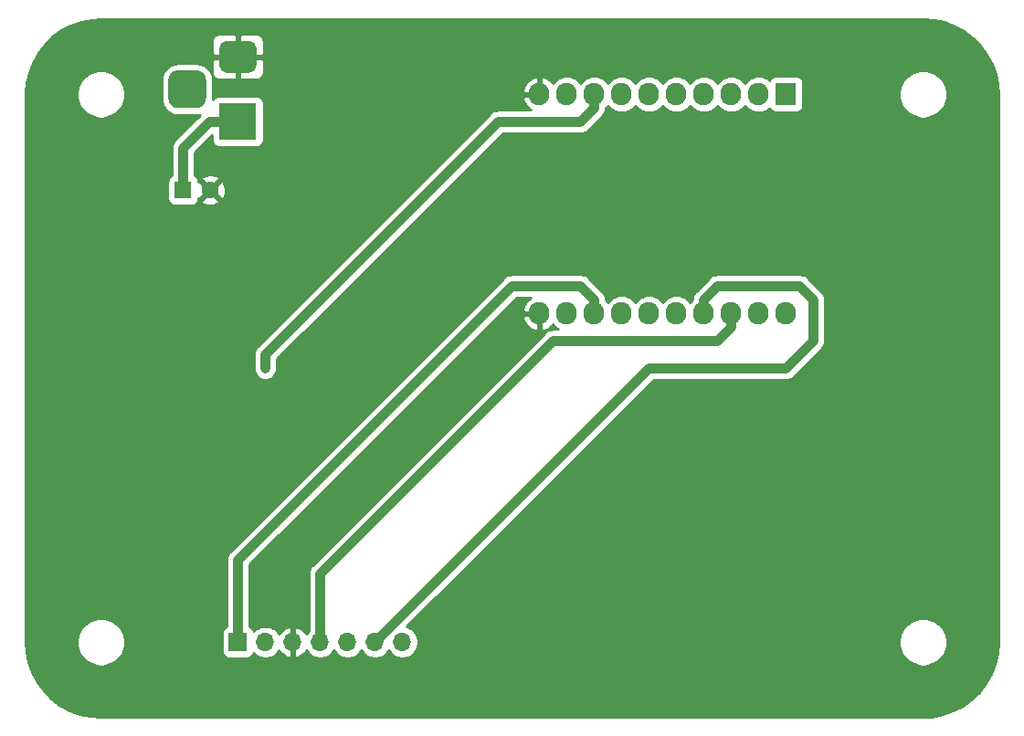
<source format=gbr>
%TF.GenerationSoftware,KiCad,Pcbnew,5.1.8+dfsg1-1+b1*%
%TF.CreationDate,2021-04-12T18:27:31-05:00*%
%TF.ProjectId,weather,77656174-6865-4722-9e6b-696361645f70,B*%
%TF.SameCoordinates,Original*%
%TF.FileFunction,Copper,L2,Bot*%
%TF.FilePolarity,Positive*%
%FSLAX46Y46*%
G04 Gerber Fmt 4.6, Leading zero omitted, Abs format (unit mm)*
G04 Created by KiCad (PCBNEW 5.1.8+dfsg1-1+b1) date 2021-04-12 18:27:31*
%MOMM*%
%LPD*%
G01*
G04 APERTURE LIST*
%TA.AperFunction,ComponentPad*%
%ADD10C,1.600000*%
%TD*%
%TA.AperFunction,ComponentPad*%
%ADD11R,1.600000X1.600000*%
%TD*%
%TA.AperFunction,ComponentPad*%
%ADD12O,1.700000X1.700000*%
%TD*%
%TA.AperFunction,ComponentPad*%
%ADD13R,1.700000X1.700000*%
%TD*%
%TA.AperFunction,ComponentPad*%
%ADD14R,3.500000X3.500000*%
%TD*%
%TA.AperFunction,ComponentPad*%
%ADD15O,1.900000X2.100000*%
%TD*%
%TA.AperFunction,ComponentPad*%
%ADD16R,1.900000X2.100000*%
%TD*%
%TA.AperFunction,ViaPad*%
%ADD17C,0.800000*%
%TD*%
%TA.AperFunction,Conductor*%
%ADD18C,0.889000*%
%TD*%
%TA.AperFunction,Conductor*%
%ADD19C,0.254000*%
%TD*%
%TA.AperFunction,Conductor*%
%ADD20C,0.100000*%
%TD*%
G04 APERTURE END LIST*
D10*
%TO.P,C1,2*%
%TO.N,GND*%
X60920000Y-59690000D03*
D11*
%TO.P,C1,1*%
%TO.N,Net-(C1-Pad1)*%
X58420000Y-59690000D03*
%TD*%
D12*
%TO.P,U1,7*%
%TO.N,N/C*%
X78740000Y-101600000D03*
%TO.P,U1,6*%
%TO.N,Net-(A1-Pad17)*%
X76200000Y-101600000D03*
%TO.P,U1,5*%
%TO.N,N/C*%
X73660000Y-101600000D03*
%TO.P,U1,4*%
%TO.N,Net-(A1-Pad18)*%
X71120000Y-101600000D03*
%TO.P,U1,3*%
%TO.N,GND*%
X68580000Y-101600000D03*
%TO.P,U1,2*%
%TO.N,N/C*%
X66040000Y-101600000D03*
D13*
%TO.P,U1,1*%
%TO.N,+3V3*%
X63500000Y-101600000D03*
%TD*%
%TO.P,J1,3*%
%TO.N,N/C*%
%TA.AperFunction,ComponentPad*%
G36*
G01*
X57925000Y-48590000D02*
X59675000Y-48590000D01*
G75*
G02*
X60550000Y-49465000I0J-875000D01*
G01*
X60550000Y-51215000D01*
G75*
G02*
X59675000Y-52090000I-875000J0D01*
G01*
X57925000Y-52090000D01*
G75*
G02*
X57050000Y-51215000I0J875000D01*
G01*
X57050000Y-49465000D01*
G75*
G02*
X57925000Y-48590000I875000J0D01*
G01*
G37*
%TD.AperFunction*%
%TO.P,J1,2*%
%TO.N,GND*%
%TA.AperFunction,ComponentPad*%
G36*
G01*
X62500000Y-45840000D02*
X64500000Y-45840000D01*
G75*
G02*
X65250000Y-46590000I0J-750000D01*
G01*
X65250000Y-48090000D01*
G75*
G02*
X64500000Y-48840000I-750000J0D01*
G01*
X62500000Y-48840000D01*
G75*
G02*
X61750000Y-48090000I0J750000D01*
G01*
X61750000Y-46590000D01*
G75*
G02*
X62500000Y-45840000I750000J0D01*
G01*
G37*
%TD.AperFunction*%
D14*
%TO.P,J1,1*%
%TO.N,Net-(C1-Pad1)*%
X63500000Y-53340000D03*
%TD*%
D15*
%TO.P,A1,11*%
%TO.N,GND*%
X91440000Y-71120000D03*
%TO.P,A1,10*%
X91440000Y-50800000D03*
%TO.P,A1,12*%
%TO.N,N/C*%
X93980000Y-71120000D03*
%TO.P,A1,9*%
X93980000Y-50800000D03*
%TO.P,A1,13*%
%TO.N,+3V3*%
X96520000Y-71120000D03*
%TO.P,A1,8*%
%TO.N,+5V*%
X96520000Y-50800000D03*
%TO.P,A1,14*%
%TO.N,N/C*%
X99060000Y-71120000D03*
%TO.P,A1,7*%
X99060000Y-50800000D03*
%TO.P,A1,15*%
X101600000Y-71120000D03*
%TO.P,A1,6*%
%TO.N,Net-(A1-Pad6)*%
X101600000Y-50800000D03*
%TO.P,A1,16*%
%TO.N,N/C*%
X104140000Y-71120000D03*
%TO.P,A1,5*%
X104140000Y-50800000D03*
%TO.P,A1,17*%
%TO.N,Net-(A1-Pad17)*%
X106680000Y-71120000D03*
%TO.P,A1,4*%
%TO.N,Net-(A1-Pad1)*%
X106680000Y-50800000D03*
%TO.P,A1,18*%
%TO.N,Net-(A1-Pad18)*%
X109220000Y-71120000D03*
%TO.P,A1,3*%
%TO.N,N/C*%
X109220000Y-50800000D03*
%TO.P,A1,19*%
X111760000Y-71120000D03*
%TO.P,A1,2*%
X111760000Y-50800000D03*
%TO.P,A1,20*%
X114300000Y-71120000D03*
D16*
%TO.P,A1,1*%
%TO.N,Net-(A1-Pad1)*%
X114300000Y-50800000D03*
%TD*%
D17*
%TO.N,+5V*%
X66040000Y-76200000D03*
%TD*%
D18*
%TO.N,Net-(A1-Pad17)*%
X76200000Y-101600000D02*
X101600000Y-76200000D01*
X101600000Y-76200000D02*
X114300000Y-76200000D01*
X114300000Y-76200000D02*
X116840000Y-73660000D01*
X116840000Y-73660000D02*
X116840000Y-69850000D01*
X116840000Y-69850000D02*
X115570000Y-68580000D01*
X115570000Y-68580000D02*
X107950000Y-68580000D01*
X107950000Y-68580000D02*
X106680000Y-69850000D01*
X106680000Y-69850000D02*
X106680000Y-71120000D01*
%TO.N,Net-(A1-Pad18)*%
X71120000Y-101600000D02*
X71120000Y-95250000D01*
X71120000Y-95250000D02*
X92710000Y-73660000D01*
X92710000Y-73660000D02*
X107950000Y-73660000D01*
X109220000Y-72390000D02*
X109220000Y-71120000D01*
X107950000Y-73660000D02*
X109220000Y-72390000D01*
%TO.N,+5V*%
X66040000Y-76200000D02*
X66040000Y-74930000D01*
X66040000Y-74930000D02*
X87630000Y-53340000D01*
X87630000Y-53340000D02*
X95250000Y-53340000D01*
X96520000Y-52070000D02*
X96520000Y-50800000D01*
X95250000Y-53340000D02*
X96520000Y-52070000D01*
%TO.N,+3V3*%
X63500000Y-101600000D02*
X63500000Y-93980000D01*
X63500000Y-93980000D02*
X88900000Y-68580000D01*
X88900000Y-68580000D02*
X95250000Y-68580000D01*
X96520000Y-69850000D02*
X96520000Y-71120000D01*
X95250000Y-68580000D02*
X96520000Y-69850000D01*
%TO.N,Net-(C1-Pad1)*%
X58420000Y-55781000D02*
X58420000Y-59690000D01*
X60861000Y-53340000D02*
X58420000Y-55781000D01*
X63500000Y-53340000D02*
X60861000Y-53340000D01*
%TD*%
D19*
%TO.N,GND*%
X128004470Y-43914617D02*
X128987898Y-44131739D01*
X129929675Y-44488546D01*
X130810095Y-44977575D01*
X131610687Y-45588569D01*
X132314694Y-46308732D01*
X132907370Y-47122987D01*
X133376296Y-48014269D01*
X133711647Y-48963900D01*
X133907127Y-49955692D01*
X133960000Y-50820164D01*
X133960001Y-101576080D01*
X133885382Y-102604470D01*
X133668262Y-103587896D01*
X133311454Y-104529675D01*
X132822424Y-105410095D01*
X132211435Y-106210684D01*
X131491268Y-106914694D01*
X130677013Y-107507370D01*
X129785731Y-107976296D01*
X128836099Y-108311647D01*
X127844309Y-108507127D01*
X126979835Y-108560000D01*
X50823906Y-108560000D01*
X49795530Y-108485382D01*
X48812104Y-108268262D01*
X47870325Y-107911454D01*
X46989905Y-107422424D01*
X46189316Y-106811435D01*
X45485306Y-106091268D01*
X44892630Y-105277013D01*
X44423704Y-104385731D01*
X44088353Y-103436099D01*
X43892873Y-102444309D01*
X43840000Y-101579835D01*
X43840000Y-101379872D01*
X48565000Y-101379872D01*
X48565000Y-101820128D01*
X48650890Y-102251925D01*
X48819369Y-102658669D01*
X49063962Y-103024729D01*
X49375271Y-103336038D01*
X49741331Y-103580631D01*
X50148075Y-103749110D01*
X50579872Y-103835000D01*
X51020128Y-103835000D01*
X51451925Y-103749110D01*
X51858669Y-103580631D01*
X52224729Y-103336038D01*
X52536038Y-103024729D01*
X52780631Y-102658669D01*
X52949110Y-102251925D01*
X53035000Y-101820128D01*
X53035000Y-101379872D01*
X52949110Y-100948075D01*
X52867065Y-100750000D01*
X62011928Y-100750000D01*
X62011928Y-102450000D01*
X62024188Y-102574482D01*
X62060498Y-102694180D01*
X62119463Y-102804494D01*
X62198815Y-102901185D01*
X62295506Y-102980537D01*
X62405820Y-103039502D01*
X62525518Y-103075812D01*
X62650000Y-103088072D01*
X64350000Y-103088072D01*
X64474482Y-103075812D01*
X64594180Y-103039502D01*
X64704494Y-102980537D01*
X64801185Y-102901185D01*
X64880537Y-102804494D01*
X64939502Y-102694180D01*
X64961513Y-102621620D01*
X65093368Y-102753475D01*
X65336589Y-102915990D01*
X65606842Y-103027932D01*
X65893740Y-103085000D01*
X66186260Y-103085000D01*
X66473158Y-103027932D01*
X66743411Y-102915990D01*
X66986632Y-102753475D01*
X67193475Y-102546632D01*
X67315195Y-102364466D01*
X67384822Y-102481355D01*
X67579731Y-102697588D01*
X67813080Y-102871641D01*
X68075901Y-102996825D01*
X68223110Y-103041476D01*
X68453000Y-102920155D01*
X68453000Y-101727000D01*
X68433000Y-101727000D01*
X68433000Y-101473000D01*
X68453000Y-101473000D01*
X68453000Y-100279845D01*
X68223110Y-100158524D01*
X68075901Y-100203175D01*
X67813080Y-100328359D01*
X67579731Y-100502412D01*
X67384822Y-100718645D01*
X67315195Y-100835534D01*
X67193475Y-100653368D01*
X66986632Y-100446525D01*
X66743411Y-100284010D01*
X66473158Y-100172068D01*
X66186260Y-100115000D01*
X65893740Y-100115000D01*
X65606842Y-100172068D01*
X65336589Y-100284010D01*
X65093368Y-100446525D01*
X64961513Y-100578380D01*
X64939502Y-100505820D01*
X64880537Y-100395506D01*
X64801185Y-100298815D01*
X64704494Y-100219463D01*
X64594180Y-100160498D01*
X64579500Y-100156045D01*
X64579500Y-94427142D01*
X87512195Y-71494447D01*
X89879805Y-71494447D01*
X89963326Y-71793553D01*
X90103595Y-72070617D01*
X90295221Y-72314992D01*
X90530840Y-72517287D01*
X90801397Y-72669728D01*
X91067412Y-72760586D01*
X91313000Y-72640584D01*
X91313000Y-71247000D01*
X90014831Y-71247000D01*
X89879805Y-71494447D01*
X87512195Y-71494447D01*
X89347143Y-69659500D01*
X90643032Y-69659500D01*
X90530840Y-69722713D01*
X90295221Y-69925008D01*
X90103595Y-70169383D01*
X89963326Y-70446447D01*
X89879805Y-70745553D01*
X90014831Y-70993000D01*
X91313000Y-70993000D01*
X91313000Y-70973000D01*
X91567000Y-70973000D01*
X91567000Y-70993000D01*
X91587000Y-70993000D01*
X91587000Y-71247000D01*
X91567000Y-71247000D01*
X91567000Y-72640584D01*
X91812588Y-72760586D01*
X92078603Y-72669728D01*
X92349160Y-72517287D01*
X92584779Y-72314992D01*
X92703725Y-72163303D01*
X92853813Y-72346187D01*
X93095161Y-72544256D01*
X93162969Y-72580500D01*
X92763029Y-72580500D01*
X92710000Y-72575277D01*
X92656971Y-72580500D01*
X92498381Y-72596120D01*
X92294894Y-72657847D01*
X92107360Y-72758086D01*
X91942985Y-72892985D01*
X91909182Y-72934174D01*
X70394180Y-94449178D01*
X70352986Y-94482985D01*
X70218087Y-94647360D01*
X70164821Y-94747014D01*
X70117847Y-94834896D01*
X70056120Y-95038382D01*
X70035277Y-95250000D01*
X70040501Y-95303039D01*
X70040500Y-100579393D01*
X69966525Y-100653368D01*
X69844805Y-100835534D01*
X69775178Y-100718645D01*
X69580269Y-100502412D01*
X69346920Y-100328359D01*
X69084099Y-100203175D01*
X68936890Y-100158524D01*
X68707000Y-100279845D01*
X68707000Y-101473000D01*
X68727000Y-101473000D01*
X68727000Y-101727000D01*
X68707000Y-101727000D01*
X68707000Y-102920155D01*
X68936890Y-103041476D01*
X69084099Y-102996825D01*
X69346920Y-102871641D01*
X69580269Y-102697588D01*
X69775178Y-102481355D01*
X69844805Y-102364466D01*
X69966525Y-102546632D01*
X70173368Y-102753475D01*
X70416589Y-102915990D01*
X70686842Y-103027932D01*
X70973740Y-103085000D01*
X71266260Y-103085000D01*
X71553158Y-103027932D01*
X71823411Y-102915990D01*
X72066632Y-102753475D01*
X72273475Y-102546632D01*
X72390000Y-102372240D01*
X72506525Y-102546632D01*
X72713368Y-102753475D01*
X72956589Y-102915990D01*
X73226842Y-103027932D01*
X73513740Y-103085000D01*
X73806260Y-103085000D01*
X74093158Y-103027932D01*
X74363411Y-102915990D01*
X74606632Y-102753475D01*
X74813475Y-102546632D01*
X74930000Y-102372240D01*
X75046525Y-102546632D01*
X75253368Y-102753475D01*
X75496589Y-102915990D01*
X75766842Y-103027932D01*
X76053740Y-103085000D01*
X76346260Y-103085000D01*
X76633158Y-103027932D01*
X76903411Y-102915990D01*
X77146632Y-102753475D01*
X77353475Y-102546632D01*
X77470000Y-102372240D01*
X77586525Y-102546632D01*
X77793368Y-102753475D01*
X78036589Y-102915990D01*
X78306842Y-103027932D01*
X78593740Y-103085000D01*
X78886260Y-103085000D01*
X79173158Y-103027932D01*
X79443411Y-102915990D01*
X79686632Y-102753475D01*
X79893475Y-102546632D01*
X80055990Y-102303411D01*
X80167932Y-102033158D01*
X80225000Y-101746260D01*
X80225000Y-101453740D01*
X80210307Y-101379872D01*
X124765000Y-101379872D01*
X124765000Y-101820128D01*
X124850890Y-102251925D01*
X125019369Y-102658669D01*
X125263962Y-103024729D01*
X125575271Y-103336038D01*
X125941331Y-103580631D01*
X126348075Y-103749110D01*
X126779872Y-103835000D01*
X127220128Y-103835000D01*
X127651925Y-103749110D01*
X128058669Y-103580631D01*
X128424729Y-103336038D01*
X128736038Y-103024729D01*
X128980631Y-102658669D01*
X129149110Y-102251925D01*
X129235000Y-101820128D01*
X129235000Y-101379872D01*
X129149110Y-100948075D01*
X128980631Y-100541331D01*
X128736038Y-100175271D01*
X128424729Y-99863962D01*
X128058669Y-99619369D01*
X127651925Y-99450890D01*
X127220128Y-99365000D01*
X126779872Y-99365000D01*
X126348075Y-99450890D01*
X125941331Y-99619369D01*
X125575271Y-99863962D01*
X125263962Y-100175271D01*
X125019369Y-100541331D01*
X124850890Y-100948075D01*
X124765000Y-101379872D01*
X80210307Y-101379872D01*
X80167932Y-101166842D01*
X80055990Y-100896589D01*
X79893475Y-100653368D01*
X79686632Y-100446525D01*
X79443411Y-100284010D01*
X79173158Y-100172068D01*
X79157657Y-100168985D01*
X102047143Y-77279500D01*
X114246971Y-77279500D01*
X114300000Y-77284723D01*
X114353029Y-77279500D01*
X114511619Y-77263880D01*
X114715106Y-77202153D01*
X114902640Y-77101914D01*
X115067015Y-76967015D01*
X115100827Y-76925815D01*
X117565821Y-74460822D01*
X117607015Y-74427015D01*
X117741914Y-74262640D01*
X117842153Y-74075106D01*
X117903880Y-73871619D01*
X117919500Y-73713029D01*
X117919500Y-73713022D01*
X117924722Y-73660001D01*
X117919500Y-73606979D01*
X117919500Y-69903021D01*
X117924722Y-69849999D01*
X117919500Y-69796978D01*
X117919500Y-69796971D01*
X117903880Y-69638381D01*
X117842153Y-69434894D01*
X117741914Y-69247360D01*
X117607015Y-69082985D01*
X117565821Y-69049178D01*
X116370826Y-67854184D01*
X116337015Y-67812985D01*
X116172640Y-67678086D01*
X115985106Y-67577847D01*
X115781619Y-67516120D01*
X115623029Y-67500500D01*
X115570000Y-67495277D01*
X115516971Y-67500500D01*
X108003021Y-67500500D01*
X107949999Y-67495278D01*
X107896978Y-67500500D01*
X107896971Y-67500500D01*
X107738381Y-67516120D01*
X107534894Y-67577847D01*
X107347360Y-67678086D01*
X107182985Y-67812985D01*
X107149178Y-67854179D01*
X105954184Y-69049174D01*
X105912985Y-69082985D01*
X105778086Y-69247360D01*
X105677847Y-69434895D01*
X105663584Y-69481914D01*
X105616120Y-69638382D01*
X105595277Y-69850000D01*
X105596169Y-69859053D01*
X105553813Y-69893813D01*
X105410000Y-70069050D01*
X105266187Y-69893813D01*
X105024839Y-69695744D01*
X104749488Y-69548566D01*
X104450714Y-69457934D01*
X104140000Y-69427331D01*
X103829287Y-69457934D01*
X103530513Y-69548566D01*
X103255162Y-69695744D01*
X103013813Y-69893813D01*
X102870000Y-70069050D01*
X102726187Y-69893813D01*
X102484839Y-69695744D01*
X102209488Y-69548566D01*
X101910714Y-69457934D01*
X101600000Y-69427331D01*
X101289287Y-69457934D01*
X100990513Y-69548566D01*
X100715162Y-69695744D01*
X100473813Y-69893813D01*
X100330000Y-70069050D01*
X100186187Y-69893813D01*
X99944839Y-69695744D01*
X99669488Y-69548566D01*
X99370714Y-69457934D01*
X99060000Y-69427331D01*
X98749287Y-69457934D01*
X98450513Y-69548566D01*
X98175162Y-69695744D01*
X97933813Y-69893813D01*
X97790000Y-70069050D01*
X97646187Y-69893813D01*
X97603830Y-69859052D01*
X97604722Y-69849999D01*
X97599500Y-69796978D01*
X97599500Y-69796971D01*
X97583880Y-69638381D01*
X97522153Y-69434894D01*
X97421914Y-69247360D01*
X97287015Y-69082985D01*
X97245821Y-69049178D01*
X96050826Y-67854184D01*
X96017015Y-67812985D01*
X95852640Y-67678086D01*
X95665106Y-67577847D01*
X95461619Y-67516120D01*
X95303029Y-67500500D01*
X95250000Y-67495277D01*
X95196971Y-67500500D01*
X88953018Y-67500500D01*
X88899999Y-67495278D01*
X88846980Y-67500500D01*
X88846971Y-67500500D01*
X88688381Y-67516120D01*
X88484894Y-67577847D01*
X88297360Y-67678086D01*
X88132985Y-67812985D01*
X88099178Y-67854179D01*
X62774180Y-93179178D01*
X62732986Y-93212985D01*
X62598087Y-93377360D01*
X62497848Y-93564894D01*
X62497847Y-93564896D01*
X62436120Y-93768382D01*
X62415277Y-93980000D01*
X62420501Y-94033039D01*
X62420500Y-100156045D01*
X62405820Y-100160498D01*
X62295506Y-100219463D01*
X62198815Y-100298815D01*
X62119463Y-100395506D01*
X62060498Y-100505820D01*
X62024188Y-100625518D01*
X62011928Y-100750000D01*
X52867065Y-100750000D01*
X52780631Y-100541331D01*
X52536038Y-100175271D01*
X52224729Y-99863962D01*
X51858669Y-99619369D01*
X51451925Y-99450890D01*
X51020128Y-99365000D01*
X50579872Y-99365000D01*
X50148075Y-99450890D01*
X49741331Y-99619369D01*
X49375271Y-99863962D01*
X49063962Y-100175271D01*
X48819369Y-100541331D01*
X48650890Y-100948075D01*
X48565000Y-101379872D01*
X43840000Y-101379872D01*
X43840000Y-74930000D01*
X64955277Y-74930000D01*
X64960500Y-74983029D01*
X64960500Y-76253028D01*
X64976120Y-76411618D01*
X65037847Y-76615105D01*
X65138086Y-76802640D01*
X65272985Y-76967015D01*
X65437360Y-77101914D01*
X65624894Y-77202153D01*
X65828381Y-77263880D01*
X66040000Y-77284723D01*
X66251618Y-77263880D01*
X66455105Y-77202153D01*
X66642640Y-77101914D01*
X66807015Y-76967015D01*
X66941914Y-76802640D01*
X67042153Y-76615106D01*
X67103880Y-76411619D01*
X67119500Y-76253029D01*
X67119500Y-75377142D01*
X88077144Y-54419500D01*
X95196971Y-54419500D01*
X95250000Y-54424723D01*
X95303029Y-54419500D01*
X95461619Y-54403880D01*
X95665106Y-54342153D01*
X95852640Y-54241914D01*
X96017015Y-54107015D01*
X96050826Y-54065816D01*
X97245821Y-52870822D01*
X97287015Y-52837015D01*
X97421914Y-52672640D01*
X97522153Y-52485106D01*
X97583880Y-52281619D01*
X97599500Y-52123029D01*
X97599500Y-52123022D01*
X97604722Y-52070001D01*
X97603830Y-52060948D01*
X97646187Y-52026187D01*
X97790000Y-51850950D01*
X97933813Y-52026187D01*
X98175161Y-52224256D01*
X98450512Y-52371434D01*
X98749286Y-52462066D01*
X99060000Y-52492669D01*
X99370713Y-52462066D01*
X99669487Y-52371434D01*
X99944838Y-52224256D01*
X100186187Y-52026187D01*
X100330000Y-51850950D01*
X100473813Y-52026187D01*
X100715161Y-52224256D01*
X100990512Y-52371434D01*
X101289286Y-52462066D01*
X101600000Y-52492669D01*
X101910713Y-52462066D01*
X102209487Y-52371434D01*
X102484838Y-52224256D01*
X102726187Y-52026187D01*
X102870000Y-51850950D01*
X103013813Y-52026187D01*
X103255161Y-52224256D01*
X103530512Y-52371434D01*
X103829286Y-52462066D01*
X104140000Y-52492669D01*
X104450713Y-52462066D01*
X104749487Y-52371434D01*
X105024838Y-52224256D01*
X105266187Y-52026187D01*
X105410000Y-51850950D01*
X105553813Y-52026187D01*
X105795161Y-52224256D01*
X106070512Y-52371434D01*
X106369286Y-52462066D01*
X106680000Y-52492669D01*
X106990713Y-52462066D01*
X107289487Y-52371434D01*
X107564838Y-52224256D01*
X107806187Y-52026187D01*
X107950000Y-51850950D01*
X108093813Y-52026187D01*
X108335161Y-52224256D01*
X108610512Y-52371434D01*
X108909286Y-52462066D01*
X109220000Y-52492669D01*
X109530713Y-52462066D01*
X109829487Y-52371434D01*
X110104838Y-52224256D01*
X110346187Y-52026187D01*
X110490000Y-51850950D01*
X110633813Y-52026187D01*
X110875161Y-52224256D01*
X111150512Y-52371434D01*
X111449286Y-52462066D01*
X111760000Y-52492669D01*
X112070713Y-52462066D01*
X112369487Y-52371434D01*
X112644838Y-52224256D01*
X112773560Y-52118617D01*
X112819463Y-52204494D01*
X112898815Y-52301185D01*
X112995506Y-52380537D01*
X113105820Y-52439502D01*
X113225518Y-52475812D01*
X113350000Y-52488072D01*
X115250000Y-52488072D01*
X115374482Y-52475812D01*
X115494180Y-52439502D01*
X115604494Y-52380537D01*
X115701185Y-52301185D01*
X115780537Y-52204494D01*
X115839502Y-52094180D01*
X115875812Y-51974482D01*
X115888072Y-51850000D01*
X115888072Y-50579872D01*
X124765000Y-50579872D01*
X124765000Y-51020128D01*
X124850890Y-51451925D01*
X125019369Y-51858669D01*
X125263962Y-52224729D01*
X125575271Y-52536038D01*
X125941331Y-52780631D01*
X126348075Y-52949110D01*
X126779872Y-53035000D01*
X127220128Y-53035000D01*
X127651925Y-52949110D01*
X128058669Y-52780631D01*
X128424729Y-52536038D01*
X128736038Y-52224729D01*
X128980631Y-51858669D01*
X129149110Y-51451925D01*
X129235000Y-51020128D01*
X129235000Y-50579872D01*
X129149110Y-50148075D01*
X128980631Y-49741331D01*
X128736038Y-49375271D01*
X128424729Y-49063962D01*
X128058669Y-48819369D01*
X127651925Y-48650890D01*
X127220128Y-48565000D01*
X126779872Y-48565000D01*
X126348075Y-48650890D01*
X125941331Y-48819369D01*
X125575271Y-49063962D01*
X125263962Y-49375271D01*
X125019369Y-49741331D01*
X124850890Y-50148075D01*
X124765000Y-50579872D01*
X115888072Y-50579872D01*
X115888072Y-49750000D01*
X115875812Y-49625518D01*
X115839502Y-49505820D01*
X115780537Y-49395506D01*
X115701185Y-49298815D01*
X115604494Y-49219463D01*
X115494180Y-49160498D01*
X115374482Y-49124188D01*
X115250000Y-49111928D01*
X113350000Y-49111928D01*
X113225518Y-49124188D01*
X113105820Y-49160498D01*
X112995506Y-49219463D01*
X112898815Y-49298815D01*
X112819463Y-49395506D01*
X112773560Y-49481383D01*
X112644839Y-49375744D01*
X112369488Y-49228566D01*
X112070714Y-49137934D01*
X111760000Y-49107331D01*
X111449287Y-49137934D01*
X111150513Y-49228566D01*
X110875162Y-49375744D01*
X110633813Y-49573813D01*
X110490000Y-49749050D01*
X110346187Y-49573813D01*
X110104839Y-49375744D01*
X109829488Y-49228566D01*
X109530714Y-49137934D01*
X109220000Y-49107331D01*
X108909287Y-49137934D01*
X108610513Y-49228566D01*
X108335162Y-49375744D01*
X108093813Y-49573813D01*
X107950000Y-49749050D01*
X107806187Y-49573813D01*
X107564839Y-49375744D01*
X107289488Y-49228566D01*
X106990714Y-49137934D01*
X106680000Y-49107331D01*
X106369287Y-49137934D01*
X106070513Y-49228566D01*
X105795162Y-49375744D01*
X105553813Y-49573813D01*
X105410000Y-49749050D01*
X105266187Y-49573813D01*
X105024839Y-49375744D01*
X104749488Y-49228566D01*
X104450714Y-49137934D01*
X104140000Y-49107331D01*
X103829287Y-49137934D01*
X103530513Y-49228566D01*
X103255162Y-49375744D01*
X103013813Y-49573813D01*
X102870000Y-49749050D01*
X102726187Y-49573813D01*
X102484839Y-49375744D01*
X102209488Y-49228566D01*
X101910714Y-49137934D01*
X101600000Y-49107331D01*
X101289287Y-49137934D01*
X100990513Y-49228566D01*
X100715162Y-49375744D01*
X100473813Y-49573813D01*
X100330000Y-49749050D01*
X100186187Y-49573813D01*
X99944839Y-49375744D01*
X99669488Y-49228566D01*
X99370714Y-49137934D01*
X99060000Y-49107331D01*
X98749287Y-49137934D01*
X98450513Y-49228566D01*
X98175162Y-49375744D01*
X97933813Y-49573813D01*
X97790000Y-49749050D01*
X97646187Y-49573813D01*
X97404839Y-49375744D01*
X97129488Y-49228566D01*
X96830714Y-49137934D01*
X96520000Y-49107331D01*
X96209287Y-49137934D01*
X95910513Y-49228566D01*
X95635162Y-49375744D01*
X95393813Y-49573813D01*
X95250000Y-49749050D01*
X95106187Y-49573813D01*
X94864839Y-49375744D01*
X94589488Y-49228566D01*
X94290714Y-49137934D01*
X93980000Y-49107331D01*
X93669287Y-49137934D01*
X93370513Y-49228566D01*
X93095162Y-49375744D01*
X92853813Y-49573813D01*
X92703725Y-49756696D01*
X92584779Y-49605008D01*
X92349160Y-49402713D01*
X92078603Y-49250272D01*
X91812588Y-49159414D01*
X91567000Y-49279416D01*
X91567000Y-50673000D01*
X91587000Y-50673000D01*
X91587000Y-50927000D01*
X91567000Y-50927000D01*
X91567000Y-50947000D01*
X91313000Y-50947000D01*
X91313000Y-50927000D01*
X90014831Y-50927000D01*
X89879805Y-51174447D01*
X89963326Y-51473553D01*
X90103595Y-51750617D01*
X90295221Y-51994992D01*
X90530840Y-52197287D01*
X90643032Y-52260500D01*
X87683029Y-52260500D01*
X87630000Y-52255277D01*
X87576971Y-52260500D01*
X87418381Y-52276120D01*
X87214894Y-52337847D01*
X87027360Y-52438086D01*
X86862985Y-52572985D01*
X86829182Y-52614174D01*
X65314180Y-74129178D01*
X65272986Y-74162985D01*
X65138087Y-74327360D01*
X65037848Y-74514894D01*
X64976120Y-74718381D01*
X64960500Y-74876971D01*
X64955277Y-74930000D01*
X43840000Y-74930000D01*
X43840000Y-50823920D01*
X43857707Y-50579872D01*
X48565000Y-50579872D01*
X48565000Y-51020128D01*
X48650890Y-51451925D01*
X48819369Y-51858669D01*
X49063962Y-52224729D01*
X49375271Y-52536038D01*
X49741331Y-52780631D01*
X50148075Y-52949110D01*
X50579872Y-53035000D01*
X51020128Y-53035000D01*
X51451925Y-52949110D01*
X51858669Y-52780631D01*
X52224729Y-52536038D01*
X52536038Y-52224729D01*
X52780631Y-51858669D01*
X52949110Y-51451925D01*
X53035000Y-51020128D01*
X53035000Y-50579872D01*
X52949110Y-50148075D01*
X52780631Y-49741331D01*
X52595993Y-49465000D01*
X56411928Y-49465000D01*
X56411928Y-51215000D01*
X56441001Y-51510186D01*
X56527104Y-51794028D01*
X56666927Y-52055618D01*
X56855097Y-52284903D01*
X57084382Y-52473073D01*
X57345972Y-52612896D01*
X57629814Y-52698999D01*
X57925000Y-52728072D01*
X59675000Y-52728072D01*
X59970186Y-52698999D01*
X59977610Y-52696747D01*
X57694185Y-54980173D01*
X57652985Y-55013985D01*
X57518086Y-55178360D01*
X57417847Y-55365895D01*
X57417847Y-55365896D01*
X57356120Y-55569382D01*
X57335277Y-55781000D01*
X57340500Y-55834029D01*
X57340501Y-58319377D01*
X57265506Y-58359463D01*
X57168815Y-58438815D01*
X57089463Y-58535506D01*
X57030498Y-58645820D01*
X56994188Y-58765518D01*
X56981928Y-58890000D01*
X56981928Y-60490000D01*
X56994188Y-60614482D01*
X57030498Y-60734180D01*
X57089463Y-60844494D01*
X57168815Y-60941185D01*
X57265506Y-61020537D01*
X57375820Y-61079502D01*
X57495518Y-61115812D01*
X57620000Y-61128072D01*
X59220000Y-61128072D01*
X59344482Y-61115812D01*
X59464180Y-61079502D01*
X59574494Y-61020537D01*
X59671185Y-60941185D01*
X59750537Y-60844494D01*
X59809502Y-60734180D01*
X59825117Y-60682702D01*
X60106903Y-60682702D01*
X60178486Y-60926671D01*
X60433996Y-61047571D01*
X60708184Y-61116300D01*
X60990512Y-61130217D01*
X61270130Y-61088787D01*
X61536292Y-60993603D01*
X61661514Y-60926671D01*
X61733097Y-60682702D01*
X60920000Y-59869605D01*
X60106903Y-60682702D01*
X59825117Y-60682702D01*
X59845812Y-60614482D01*
X59858072Y-60490000D01*
X59858072Y-60482785D01*
X59927298Y-60503097D01*
X60740395Y-59690000D01*
X61099605Y-59690000D01*
X61912702Y-60503097D01*
X62156671Y-60431514D01*
X62277571Y-60176004D01*
X62346300Y-59901816D01*
X62360217Y-59619488D01*
X62318787Y-59339870D01*
X62223603Y-59073708D01*
X62156671Y-58948486D01*
X61912702Y-58876903D01*
X61099605Y-59690000D01*
X60740395Y-59690000D01*
X59927298Y-58876903D01*
X59858072Y-58897215D01*
X59858072Y-58890000D01*
X59845812Y-58765518D01*
X59825118Y-58697298D01*
X60106903Y-58697298D01*
X60920000Y-59510395D01*
X61733097Y-58697298D01*
X61661514Y-58453329D01*
X61406004Y-58332429D01*
X61131816Y-58263700D01*
X60849488Y-58249783D01*
X60569870Y-58291213D01*
X60303708Y-58386397D01*
X60178486Y-58453329D01*
X60106903Y-58697298D01*
X59825118Y-58697298D01*
X59809502Y-58645820D01*
X59750537Y-58535506D01*
X59671185Y-58438815D01*
X59574494Y-58359463D01*
X59499500Y-58319377D01*
X59499500Y-56228142D01*
X61111928Y-54615715D01*
X61111928Y-55090000D01*
X61124188Y-55214482D01*
X61160498Y-55334180D01*
X61219463Y-55444494D01*
X61298815Y-55541185D01*
X61395506Y-55620537D01*
X61505820Y-55679502D01*
X61625518Y-55715812D01*
X61750000Y-55728072D01*
X65250000Y-55728072D01*
X65374482Y-55715812D01*
X65494180Y-55679502D01*
X65604494Y-55620537D01*
X65701185Y-55541185D01*
X65780537Y-55444494D01*
X65839502Y-55334180D01*
X65875812Y-55214482D01*
X65888072Y-55090000D01*
X65888072Y-51590000D01*
X65875812Y-51465518D01*
X65839502Y-51345820D01*
X65780537Y-51235506D01*
X65701185Y-51138815D01*
X65604494Y-51059463D01*
X65494180Y-51000498D01*
X65374482Y-50964188D01*
X65250000Y-50951928D01*
X61750000Y-50951928D01*
X61625518Y-50964188D01*
X61505820Y-51000498D01*
X61395506Y-51059463D01*
X61298815Y-51138815D01*
X61219463Y-51235506D01*
X61178506Y-51312131D01*
X61188072Y-51215000D01*
X61188072Y-50425553D01*
X89879805Y-50425553D01*
X90014831Y-50673000D01*
X91313000Y-50673000D01*
X91313000Y-49279416D01*
X91067412Y-49159414D01*
X90801397Y-49250272D01*
X90530840Y-49402713D01*
X90295221Y-49605008D01*
X90103595Y-49849383D01*
X89963326Y-50126447D01*
X89879805Y-50425553D01*
X61188072Y-50425553D01*
X61188072Y-49465000D01*
X61158999Y-49169814D01*
X61072896Y-48885972D01*
X61048324Y-48840000D01*
X61111928Y-48840000D01*
X61124188Y-48964482D01*
X61160498Y-49084180D01*
X61219463Y-49194494D01*
X61298815Y-49291185D01*
X61395506Y-49370537D01*
X61505820Y-49429502D01*
X61625518Y-49465812D01*
X61750000Y-49478072D01*
X63214250Y-49475000D01*
X63373000Y-49316250D01*
X63373000Y-47467000D01*
X63627000Y-47467000D01*
X63627000Y-49316250D01*
X63785750Y-49475000D01*
X65250000Y-49478072D01*
X65374482Y-49465812D01*
X65494180Y-49429502D01*
X65604494Y-49370537D01*
X65701185Y-49291185D01*
X65780537Y-49194494D01*
X65839502Y-49084180D01*
X65875812Y-48964482D01*
X65888072Y-48840000D01*
X65885000Y-47625750D01*
X65726250Y-47467000D01*
X63627000Y-47467000D01*
X63373000Y-47467000D01*
X61273750Y-47467000D01*
X61115000Y-47625750D01*
X61111928Y-48840000D01*
X61048324Y-48840000D01*
X60933073Y-48624382D01*
X60744903Y-48395097D01*
X60515618Y-48206927D01*
X60254028Y-48067104D01*
X59970186Y-47981001D01*
X59675000Y-47951928D01*
X57925000Y-47951928D01*
X57629814Y-47981001D01*
X57345972Y-48067104D01*
X57084382Y-48206927D01*
X56855097Y-48395097D01*
X56666927Y-48624382D01*
X56527104Y-48885972D01*
X56441001Y-49169814D01*
X56411928Y-49465000D01*
X52595993Y-49465000D01*
X52536038Y-49375271D01*
X52224729Y-49063962D01*
X51858669Y-48819369D01*
X51451925Y-48650890D01*
X51020128Y-48565000D01*
X50579872Y-48565000D01*
X50148075Y-48650890D01*
X49741331Y-48819369D01*
X49375271Y-49063962D01*
X49063962Y-49375271D01*
X48819369Y-49741331D01*
X48650890Y-50148075D01*
X48565000Y-50579872D01*
X43857707Y-50579872D01*
X43914617Y-49795530D01*
X44131739Y-48812102D01*
X44488546Y-47870325D01*
X44977575Y-46989905D01*
X45588569Y-46189313D01*
X45945898Y-45840000D01*
X61111928Y-45840000D01*
X61115000Y-47054250D01*
X61273750Y-47213000D01*
X63373000Y-47213000D01*
X63373000Y-45363750D01*
X63627000Y-45363750D01*
X63627000Y-47213000D01*
X65726250Y-47213000D01*
X65885000Y-47054250D01*
X65888072Y-45840000D01*
X65875812Y-45715518D01*
X65839502Y-45595820D01*
X65780537Y-45485506D01*
X65701185Y-45388815D01*
X65604494Y-45309463D01*
X65494180Y-45250498D01*
X65374482Y-45214188D01*
X65250000Y-45201928D01*
X63785750Y-45205000D01*
X63627000Y-45363750D01*
X63373000Y-45363750D01*
X63214250Y-45205000D01*
X61750000Y-45201928D01*
X61625518Y-45214188D01*
X61505820Y-45250498D01*
X61395506Y-45309463D01*
X61298815Y-45388815D01*
X61219463Y-45485506D01*
X61160498Y-45595820D01*
X61124188Y-45715518D01*
X61111928Y-45840000D01*
X45945898Y-45840000D01*
X46308732Y-45485306D01*
X47122987Y-44892630D01*
X48014269Y-44423704D01*
X48963900Y-44088353D01*
X49955692Y-43892873D01*
X50820164Y-43840000D01*
X126976080Y-43840000D01*
X128004470Y-43914617D01*
%TA.AperFunction,Conductor*%
D20*
G36*
X128004470Y-43914617D02*
G01*
X128987898Y-44131739D01*
X129929675Y-44488546D01*
X130810095Y-44977575D01*
X131610687Y-45588569D01*
X132314694Y-46308732D01*
X132907370Y-47122987D01*
X133376296Y-48014269D01*
X133711647Y-48963900D01*
X133907127Y-49955692D01*
X133960000Y-50820164D01*
X133960001Y-101576080D01*
X133885382Y-102604470D01*
X133668262Y-103587896D01*
X133311454Y-104529675D01*
X132822424Y-105410095D01*
X132211435Y-106210684D01*
X131491268Y-106914694D01*
X130677013Y-107507370D01*
X129785731Y-107976296D01*
X128836099Y-108311647D01*
X127844309Y-108507127D01*
X126979835Y-108560000D01*
X50823906Y-108560000D01*
X49795530Y-108485382D01*
X48812104Y-108268262D01*
X47870325Y-107911454D01*
X46989905Y-107422424D01*
X46189316Y-106811435D01*
X45485306Y-106091268D01*
X44892630Y-105277013D01*
X44423704Y-104385731D01*
X44088353Y-103436099D01*
X43892873Y-102444309D01*
X43840000Y-101579835D01*
X43840000Y-101379872D01*
X48565000Y-101379872D01*
X48565000Y-101820128D01*
X48650890Y-102251925D01*
X48819369Y-102658669D01*
X49063962Y-103024729D01*
X49375271Y-103336038D01*
X49741331Y-103580631D01*
X50148075Y-103749110D01*
X50579872Y-103835000D01*
X51020128Y-103835000D01*
X51451925Y-103749110D01*
X51858669Y-103580631D01*
X52224729Y-103336038D01*
X52536038Y-103024729D01*
X52780631Y-102658669D01*
X52949110Y-102251925D01*
X53035000Y-101820128D01*
X53035000Y-101379872D01*
X52949110Y-100948075D01*
X52867065Y-100750000D01*
X62011928Y-100750000D01*
X62011928Y-102450000D01*
X62024188Y-102574482D01*
X62060498Y-102694180D01*
X62119463Y-102804494D01*
X62198815Y-102901185D01*
X62295506Y-102980537D01*
X62405820Y-103039502D01*
X62525518Y-103075812D01*
X62650000Y-103088072D01*
X64350000Y-103088072D01*
X64474482Y-103075812D01*
X64594180Y-103039502D01*
X64704494Y-102980537D01*
X64801185Y-102901185D01*
X64880537Y-102804494D01*
X64939502Y-102694180D01*
X64961513Y-102621620D01*
X65093368Y-102753475D01*
X65336589Y-102915990D01*
X65606842Y-103027932D01*
X65893740Y-103085000D01*
X66186260Y-103085000D01*
X66473158Y-103027932D01*
X66743411Y-102915990D01*
X66986632Y-102753475D01*
X67193475Y-102546632D01*
X67315195Y-102364466D01*
X67384822Y-102481355D01*
X67579731Y-102697588D01*
X67813080Y-102871641D01*
X68075901Y-102996825D01*
X68223110Y-103041476D01*
X68453000Y-102920155D01*
X68453000Y-101727000D01*
X68433000Y-101727000D01*
X68433000Y-101473000D01*
X68453000Y-101473000D01*
X68453000Y-100279845D01*
X68223110Y-100158524D01*
X68075901Y-100203175D01*
X67813080Y-100328359D01*
X67579731Y-100502412D01*
X67384822Y-100718645D01*
X67315195Y-100835534D01*
X67193475Y-100653368D01*
X66986632Y-100446525D01*
X66743411Y-100284010D01*
X66473158Y-100172068D01*
X66186260Y-100115000D01*
X65893740Y-100115000D01*
X65606842Y-100172068D01*
X65336589Y-100284010D01*
X65093368Y-100446525D01*
X64961513Y-100578380D01*
X64939502Y-100505820D01*
X64880537Y-100395506D01*
X64801185Y-100298815D01*
X64704494Y-100219463D01*
X64594180Y-100160498D01*
X64579500Y-100156045D01*
X64579500Y-94427142D01*
X87512195Y-71494447D01*
X89879805Y-71494447D01*
X89963326Y-71793553D01*
X90103595Y-72070617D01*
X90295221Y-72314992D01*
X90530840Y-72517287D01*
X90801397Y-72669728D01*
X91067412Y-72760586D01*
X91313000Y-72640584D01*
X91313000Y-71247000D01*
X90014831Y-71247000D01*
X89879805Y-71494447D01*
X87512195Y-71494447D01*
X89347143Y-69659500D01*
X90643032Y-69659500D01*
X90530840Y-69722713D01*
X90295221Y-69925008D01*
X90103595Y-70169383D01*
X89963326Y-70446447D01*
X89879805Y-70745553D01*
X90014831Y-70993000D01*
X91313000Y-70993000D01*
X91313000Y-70973000D01*
X91567000Y-70973000D01*
X91567000Y-70993000D01*
X91587000Y-70993000D01*
X91587000Y-71247000D01*
X91567000Y-71247000D01*
X91567000Y-72640584D01*
X91812588Y-72760586D01*
X92078603Y-72669728D01*
X92349160Y-72517287D01*
X92584779Y-72314992D01*
X92703725Y-72163303D01*
X92853813Y-72346187D01*
X93095161Y-72544256D01*
X93162969Y-72580500D01*
X92763029Y-72580500D01*
X92710000Y-72575277D01*
X92656971Y-72580500D01*
X92498381Y-72596120D01*
X92294894Y-72657847D01*
X92107360Y-72758086D01*
X91942985Y-72892985D01*
X91909182Y-72934174D01*
X70394180Y-94449178D01*
X70352986Y-94482985D01*
X70218087Y-94647360D01*
X70164821Y-94747014D01*
X70117847Y-94834896D01*
X70056120Y-95038382D01*
X70035277Y-95250000D01*
X70040501Y-95303039D01*
X70040500Y-100579393D01*
X69966525Y-100653368D01*
X69844805Y-100835534D01*
X69775178Y-100718645D01*
X69580269Y-100502412D01*
X69346920Y-100328359D01*
X69084099Y-100203175D01*
X68936890Y-100158524D01*
X68707000Y-100279845D01*
X68707000Y-101473000D01*
X68727000Y-101473000D01*
X68727000Y-101727000D01*
X68707000Y-101727000D01*
X68707000Y-102920155D01*
X68936890Y-103041476D01*
X69084099Y-102996825D01*
X69346920Y-102871641D01*
X69580269Y-102697588D01*
X69775178Y-102481355D01*
X69844805Y-102364466D01*
X69966525Y-102546632D01*
X70173368Y-102753475D01*
X70416589Y-102915990D01*
X70686842Y-103027932D01*
X70973740Y-103085000D01*
X71266260Y-103085000D01*
X71553158Y-103027932D01*
X71823411Y-102915990D01*
X72066632Y-102753475D01*
X72273475Y-102546632D01*
X72390000Y-102372240D01*
X72506525Y-102546632D01*
X72713368Y-102753475D01*
X72956589Y-102915990D01*
X73226842Y-103027932D01*
X73513740Y-103085000D01*
X73806260Y-103085000D01*
X74093158Y-103027932D01*
X74363411Y-102915990D01*
X74606632Y-102753475D01*
X74813475Y-102546632D01*
X74930000Y-102372240D01*
X75046525Y-102546632D01*
X75253368Y-102753475D01*
X75496589Y-102915990D01*
X75766842Y-103027932D01*
X76053740Y-103085000D01*
X76346260Y-103085000D01*
X76633158Y-103027932D01*
X76903411Y-102915990D01*
X77146632Y-102753475D01*
X77353475Y-102546632D01*
X77470000Y-102372240D01*
X77586525Y-102546632D01*
X77793368Y-102753475D01*
X78036589Y-102915990D01*
X78306842Y-103027932D01*
X78593740Y-103085000D01*
X78886260Y-103085000D01*
X79173158Y-103027932D01*
X79443411Y-102915990D01*
X79686632Y-102753475D01*
X79893475Y-102546632D01*
X80055990Y-102303411D01*
X80167932Y-102033158D01*
X80225000Y-101746260D01*
X80225000Y-101453740D01*
X80210307Y-101379872D01*
X124765000Y-101379872D01*
X124765000Y-101820128D01*
X124850890Y-102251925D01*
X125019369Y-102658669D01*
X125263962Y-103024729D01*
X125575271Y-103336038D01*
X125941331Y-103580631D01*
X126348075Y-103749110D01*
X126779872Y-103835000D01*
X127220128Y-103835000D01*
X127651925Y-103749110D01*
X128058669Y-103580631D01*
X128424729Y-103336038D01*
X128736038Y-103024729D01*
X128980631Y-102658669D01*
X129149110Y-102251925D01*
X129235000Y-101820128D01*
X129235000Y-101379872D01*
X129149110Y-100948075D01*
X128980631Y-100541331D01*
X128736038Y-100175271D01*
X128424729Y-99863962D01*
X128058669Y-99619369D01*
X127651925Y-99450890D01*
X127220128Y-99365000D01*
X126779872Y-99365000D01*
X126348075Y-99450890D01*
X125941331Y-99619369D01*
X125575271Y-99863962D01*
X125263962Y-100175271D01*
X125019369Y-100541331D01*
X124850890Y-100948075D01*
X124765000Y-101379872D01*
X80210307Y-101379872D01*
X80167932Y-101166842D01*
X80055990Y-100896589D01*
X79893475Y-100653368D01*
X79686632Y-100446525D01*
X79443411Y-100284010D01*
X79173158Y-100172068D01*
X79157657Y-100168985D01*
X102047143Y-77279500D01*
X114246971Y-77279500D01*
X114300000Y-77284723D01*
X114353029Y-77279500D01*
X114511619Y-77263880D01*
X114715106Y-77202153D01*
X114902640Y-77101914D01*
X115067015Y-76967015D01*
X115100827Y-76925815D01*
X117565821Y-74460822D01*
X117607015Y-74427015D01*
X117741914Y-74262640D01*
X117842153Y-74075106D01*
X117903880Y-73871619D01*
X117919500Y-73713029D01*
X117919500Y-73713022D01*
X117924722Y-73660001D01*
X117919500Y-73606979D01*
X117919500Y-69903021D01*
X117924722Y-69849999D01*
X117919500Y-69796978D01*
X117919500Y-69796971D01*
X117903880Y-69638381D01*
X117842153Y-69434894D01*
X117741914Y-69247360D01*
X117607015Y-69082985D01*
X117565821Y-69049178D01*
X116370826Y-67854184D01*
X116337015Y-67812985D01*
X116172640Y-67678086D01*
X115985106Y-67577847D01*
X115781619Y-67516120D01*
X115623029Y-67500500D01*
X115570000Y-67495277D01*
X115516971Y-67500500D01*
X108003021Y-67500500D01*
X107949999Y-67495278D01*
X107896978Y-67500500D01*
X107896971Y-67500500D01*
X107738381Y-67516120D01*
X107534894Y-67577847D01*
X107347360Y-67678086D01*
X107182985Y-67812985D01*
X107149178Y-67854179D01*
X105954184Y-69049174D01*
X105912985Y-69082985D01*
X105778086Y-69247360D01*
X105677847Y-69434895D01*
X105663584Y-69481914D01*
X105616120Y-69638382D01*
X105595277Y-69850000D01*
X105596169Y-69859053D01*
X105553813Y-69893813D01*
X105410000Y-70069050D01*
X105266187Y-69893813D01*
X105024839Y-69695744D01*
X104749488Y-69548566D01*
X104450714Y-69457934D01*
X104140000Y-69427331D01*
X103829287Y-69457934D01*
X103530513Y-69548566D01*
X103255162Y-69695744D01*
X103013813Y-69893813D01*
X102870000Y-70069050D01*
X102726187Y-69893813D01*
X102484839Y-69695744D01*
X102209488Y-69548566D01*
X101910714Y-69457934D01*
X101600000Y-69427331D01*
X101289287Y-69457934D01*
X100990513Y-69548566D01*
X100715162Y-69695744D01*
X100473813Y-69893813D01*
X100330000Y-70069050D01*
X100186187Y-69893813D01*
X99944839Y-69695744D01*
X99669488Y-69548566D01*
X99370714Y-69457934D01*
X99060000Y-69427331D01*
X98749287Y-69457934D01*
X98450513Y-69548566D01*
X98175162Y-69695744D01*
X97933813Y-69893813D01*
X97790000Y-70069050D01*
X97646187Y-69893813D01*
X97603830Y-69859052D01*
X97604722Y-69849999D01*
X97599500Y-69796978D01*
X97599500Y-69796971D01*
X97583880Y-69638381D01*
X97522153Y-69434894D01*
X97421914Y-69247360D01*
X97287015Y-69082985D01*
X97245821Y-69049178D01*
X96050826Y-67854184D01*
X96017015Y-67812985D01*
X95852640Y-67678086D01*
X95665106Y-67577847D01*
X95461619Y-67516120D01*
X95303029Y-67500500D01*
X95250000Y-67495277D01*
X95196971Y-67500500D01*
X88953018Y-67500500D01*
X88899999Y-67495278D01*
X88846980Y-67500500D01*
X88846971Y-67500500D01*
X88688381Y-67516120D01*
X88484894Y-67577847D01*
X88297360Y-67678086D01*
X88132985Y-67812985D01*
X88099178Y-67854179D01*
X62774180Y-93179178D01*
X62732986Y-93212985D01*
X62598087Y-93377360D01*
X62497848Y-93564894D01*
X62497847Y-93564896D01*
X62436120Y-93768382D01*
X62415277Y-93980000D01*
X62420501Y-94033039D01*
X62420500Y-100156045D01*
X62405820Y-100160498D01*
X62295506Y-100219463D01*
X62198815Y-100298815D01*
X62119463Y-100395506D01*
X62060498Y-100505820D01*
X62024188Y-100625518D01*
X62011928Y-100750000D01*
X52867065Y-100750000D01*
X52780631Y-100541331D01*
X52536038Y-100175271D01*
X52224729Y-99863962D01*
X51858669Y-99619369D01*
X51451925Y-99450890D01*
X51020128Y-99365000D01*
X50579872Y-99365000D01*
X50148075Y-99450890D01*
X49741331Y-99619369D01*
X49375271Y-99863962D01*
X49063962Y-100175271D01*
X48819369Y-100541331D01*
X48650890Y-100948075D01*
X48565000Y-101379872D01*
X43840000Y-101379872D01*
X43840000Y-74930000D01*
X64955277Y-74930000D01*
X64960500Y-74983029D01*
X64960500Y-76253028D01*
X64976120Y-76411618D01*
X65037847Y-76615105D01*
X65138086Y-76802640D01*
X65272985Y-76967015D01*
X65437360Y-77101914D01*
X65624894Y-77202153D01*
X65828381Y-77263880D01*
X66040000Y-77284723D01*
X66251618Y-77263880D01*
X66455105Y-77202153D01*
X66642640Y-77101914D01*
X66807015Y-76967015D01*
X66941914Y-76802640D01*
X67042153Y-76615106D01*
X67103880Y-76411619D01*
X67119500Y-76253029D01*
X67119500Y-75377142D01*
X88077144Y-54419500D01*
X95196971Y-54419500D01*
X95250000Y-54424723D01*
X95303029Y-54419500D01*
X95461619Y-54403880D01*
X95665106Y-54342153D01*
X95852640Y-54241914D01*
X96017015Y-54107015D01*
X96050826Y-54065816D01*
X97245821Y-52870822D01*
X97287015Y-52837015D01*
X97421914Y-52672640D01*
X97522153Y-52485106D01*
X97583880Y-52281619D01*
X97599500Y-52123029D01*
X97599500Y-52123022D01*
X97604722Y-52070001D01*
X97603830Y-52060948D01*
X97646187Y-52026187D01*
X97790000Y-51850950D01*
X97933813Y-52026187D01*
X98175161Y-52224256D01*
X98450512Y-52371434D01*
X98749286Y-52462066D01*
X99060000Y-52492669D01*
X99370713Y-52462066D01*
X99669487Y-52371434D01*
X99944838Y-52224256D01*
X100186187Y-52026187D01*
X100330000Y-51850950D01*
X100473813Y-52026187D01*
X100715161Y-52224256D01*
X100990512Y-52371434D01*
X101289286Y-52462066D01*
X101600000Y-52492669D01*
X101910713Y-52462066D01*
X102209487Y-52371434D01*
X102484838Y-52224256D01*
X102726187Y-52026187D01*
X102870000Y-51850950D01*
X103013813Y-52026187D01*
X103255161Y-52224256D01*
X103530512Y-52371434D01*
X103829286Y-52462066D01*
X104140000Y-52492669D01*
X104450713Y-52462066D01*
X104749487Y-52371434D01*
X105024838Y-52224256D01*
X105266187Y-52026187D01*
X105410000Y-51850950D01*
X105553813Y-52026187D01*
X105795161Y-52224256D01*
X106070512Y-52371434D01*
X106369286Y-52462066D01*
X106680000Y-52492669D01*
X106990713Y-52462066D01*
X107289487Y-52371434D01*
X107564838Y-52224256D01*
X107806187Y-52026187D01*
X107950000Y-51850950D01*
X108093813Y-52026187D01*
X108335161Y-52224256D01*
X108610512Y-52371434D01*
X108909286Y-52462066D01*
X109220000Y-52492669D01*
X109530713Y-52462066D01*
X109829487Y-52371434D01*
X110104838Y-52224256D01*
X110346187Y-52026187D01*
X110490000Y-51850950D01*
X110633813Y-52026187D01*
X110875161Y-52224256D01*
X111150512Y-52371434D01*
X111449286Y-52462066D01*
X111760000Y-52492669D01*
X112070713Y-52462066D01*
X112369487Y-52371434D01*
X112644838Y-52224256D01*
X112773560Y-52118617D01*
X112819463Y-52204494D01*
X112898815Y-52301185D01*
X112995506Y-52380537D01*
X113105820Y-52439502D01*
X113225518Y-52475812D01*
X113350000Y-52488072D01*
X115250000Y-52488072D01*
X115374482Y-52475812D01*
X115494180Y-52439502D01*
X115604494Y-52380537D01*
X115701185Y-52301185D01*
X115780537Y-52204494D01*
X115839502Y-52094180D01*
X115875812Y-51974482D01*
X115888072Y-51850000D01*
X115888072Y-50579872D01*
X124765000Y-50579872D01*
X124765000Y-51020128D01*
X124850890Y-51451925D01*
X125019369Y-51858669D01*
X125263962Y-52224729D01*
X125575271Y-52536038D01*
X125941331Y-52780631D01*
X126348075Y-52949110D01*
X126779872Y-53035000D01*
X127220128Y-53035000D01*
X127651925Y-52949110D01*
X128058669Y-52780631D01*
X128424729Y-52536038D01*
X128736038Y-52224729D01*
X128980631Y-51858669D01*
X129149110Y-51451925D01*
X129235000Y-51020128D01*
X129235000Y-50579872D01*
X129149110Y-50148075D01*
X128980631Y-49741331D01*
X128736038Y-49375271D01*
X128424729Y-49063962D01*
X128058669Y-48819369D01*
X127651925Y-48650890D01*
X127220128Y-48565000D01*
X126779872Y-48565000D01*
X126348075Y-48650890D01*
X125941331Y-48819369D01*
X125575271Y-49063962D01*
X125263962Y-49375271D01*
X125019369Y-49741331D01*
X124850890Y-50148075D01*
X124765000Y-50579872D01*
X115888072Y-50579872D01*
X115888072Y-49750000D01*
X115875812Y-49625518D01*
X115839502Y-49505820D01*
X115780537Y-49395506D01*
X115701185Y-49298815D01*
X115604494Y-49219463D01*
X115494180Y-49160498D01*
X115374482Y-49124188D01*
X115250000Y-49111928D01*
X113350000Y-49111928D01*
X113225518Y-49124188D01*
X113105820Y-49160498D01*
X112995506Y-49219463D01*
X112898815Y-49298815D01*
X112819463Y-49395506D01*
X112773560Y-49481383D01*
X112644839Y-49375744D01*
X112369488Y-49228566D01*
X112070714Y-49137934D01*
X111760000Y-49107331D01*
X111449287Y-49137934D01*
X111150513Y-49228566D01*
X110875162Y-49375744D01*
X110633813Y-49573813D01*
X110490000Y-49749050D01*
X110346187Y-49573813D01*
X110104839Y-49375744D01*
X109829488Y-49228566D01*
X109530714Y-49137934D01*
X109220000Y-49107331D01*
X108909287Y-49137934D01*
X108610513Y-49228566D01*
X108335162Y-49375744D01*
X108093813Y-49573813D01*
X107950000Y-49749050D01*
X107806187Y-49573813D01*
X107564839Y-49375744D01*
X107289488Y-49228566D01*
X106990714Y-49137934D01*
X106680000Y-49107331D01*
X106369287Y-49137934D01*
X106070513Y-49228566D01*
X105795162Y-49375744D01*
X105553813Y-49573813D01*
X105410000Y-49749050D01*
X105266187Y-49573813D01*
X105024839Y-49375744D01*
X104749488Y-49228566D01*
X104450714Y-49137934D01*
X104140000Y-49107331D01*
X103829287Y-49137934D01*
X103530513Y-49228566D01*
X103255162Y-49375744D01*
X103013813Y-49573813D01*
X102870000Y-49749050D01*
X102726187Y-49573813D01*
X102484839Y-49375744D01*
X102209488Y-49228566D01*
X101910714Y-49137934D01*
X101600000Y-49107331D01*
X101289287Y-49137934D01*
X100990513Y-49228566D01*
X100715162Y-49375744D01*
X100473813Y-49573813D01*
X100330000Y-49749050D01*
X100186187Y-49573813D01*
X99944839Y-49375744D01*
X99669488Y-49228566D01*
X99370714Y-49137934D01*
X99060000Y-49107331D01*
X98749287Y-49137934D01*
X98450513Y-49228566D01*
X98175162Y-49375744D01*
X97933813Y-49573813D01*
X97790000Y-49749050D01*
X97646187Y-49573813D01*
X97404839Y-49375744D01*
X97129488Y-49228566D01*
X96830714Y-49137934D01*
X96520000Y-49107331D01*
X96209287Y-49137934D01*
X95910513Y-49228566D01*
X95635162Y-49375744D01*
X95393813Y-49573813D01*
X95250000Y-49749050D01*
X95106187Y-49573813D01*
X94864839Y-49375744D01*
X94589488Y-49228566D01*
X94290714Y-49137934D01*
X93980000Y-49107331D01*
X93669287Y-49137934D01*
X93370513Y-49228566D01*
X93095162Y-49375744D01*
X92853813Y-49573813D01*
X92703725Y-49756696D01*
X92584779Y-49605008D01*
X92349160Y-49402713D01*
X92078603Y-49250272D01*
X91812588Y-49159414D01*
X91567000Y-49279416D01*
X91567000Y-50673000D01*
X91587000Y-50673000D01*
X91587000Y-50927000D01*
X91567000Y-50927000D01*
X91567000Y-50947000D01*
X91313000Y-50947000D01*
X91313000Y-50927000D01*
X90014831Y-50927000D01*
X89879805Y-51174447D01*
X89963326Y-51473553D01*
X90103595Y-51750617D01*
X90295221Y-51994992D01*
X90530840Y-52197287D01*
X90643032Y-52260500D01*
X87683029Y-52260500D01*
X87630000Y-52255277D01*
X87576971Y-52260500D01*
X87418381Y-52276120D01*
X87214894Y-52337847D01*
X87027360Y-52438086D01*
X86862985Y-52572985D01*
X86829182Y-52614174D01*
X65314180Y-74129178D01*
X65272986Y-74162985D01*
X65138087Y-74327360D01*
X65037848Y-74514894D01*
X64976120Y-74718381D01*
X64960500Y-74876971D01*
X64955277Y-74930000D01*
X43840000Y-74930000D01*
X43840000Y-50823920D01*
X43857707Y-50579872D01*
X48565000Y-50579872D01*
X48565000Y-51020128D01*
X48650890Y-51451925D01*
X48819369Y-51858669D01*
X49063962Y-52224729D01*
X49375271Y-52536038D01*
X49741331Y-52780631D01*
X50148075Y-52949110D01*
X50579872Y-53035000D01*
X51020128Y-53035000D01*
X51451925Y-52949110D01*
X51858669Y-52780631D01*
X52224729Y-52536038D01*
X52536038Y-52224729D01*
X52780631Y-51858669D01*
X52949110Y-51451925D01*
X53035000Y-51020128D01*
X53035000Y-50579872D01*
X52949110Y-50148075D01*
X52780631Y-49741331D01*
X52595993Y-49465000D01*
X56411928Y-49465000D01*
X56411928Y-51215000D01*
X56441001Y-51510186D01*
X56527104Y-51794028D01*
X56666927Y-52055618D01*
X56855097Y-52284903D01*
X57084382Y-52473073D01*
X57345972Y-52612896D01*
X57629814Y-52698999D01*
X57925000Y-52728072D01*
X59675000Y-52728072D01*
X59970186Y-52698999D01*
X59977610Y-52696747D01*
X57694185Y-54980173D01*
X57652985Y-55013985D01*
X57518086Y-55178360D01*
X57417847Y-55365895D01*
X57417847Y-55365896D01*
X57356120Y-55569382D01*
X57335277Y-55781000D01*
X57340500Y-55834029D01*
X57340501Y-58319377D01*
X57265506Y-58359463D01*
X57168815Y-58438815D01*
X57089463Y-58535506D01*
X57030498Y-58645820D01*
X56994188Y-58765518D01*
X56981928Y-58890000D01*
X56981928Y-60490000D01*
X56994188Y-60614482D01*
X57030498Y-60734180D01*
X57089463Y-60844494D01*
X57168815Y-60941185D01*
X57265506Y-61020537D01*
X57375820Y-61079502D01*
X57495518Y-61115812D01*
X57620000Y-61128072D01*
X59220000Y-61128072D01*
X59344482Y-61115812D01*
X59464180Y-61079502D01*
X59574494Y-61020537D01*
X59671185Y-60941185D01*
X59750537Y-60844494D01*
X59809502Y-60734180D01*
X59825117Y-60682702D01*
X60106903Y-60682702D01*
X60178486Y-60926671D01*
X60433996Y-61047571D01*
X60708184Y-61116300D01*
X60990512Y-61130217D01*
X61270130Y-61088787D01*
X61536292Y-60993603D01*
X61661514Y-60926671D01*
X61733097Y-60682702D01*
X60920000Y-59869605D01*
X60106903Y-60682702D01*
X59825117Y-60682702D01*
X59845812Y-60614482D01*
X59858072Y-60490000D01*
X59858072Y-60482785D01*
X59927298Y-60503097D01*
X60740395Y-59690000D01*
X61099605Y-59690000D01*
X61912702Y-60503097D01*
X62156671Y-60431514D01*
X62277571Y-60176004D01*
X62346300Y-59901816D01*
X62360217Y-59619488D01*
X62318787Y-59339870D01*
X62223603Y-59073708D01*
X62156671Y-58948486D01*
X61912702Y-58876903D01*
X61099605Y-59690000D01*
X60740395Y-59690000D01*
X59927298Y-58876903D01*
X59858072Y-58897215D01*
X59858072Y-58890000D01*
X59845812Y-58765518D01*
X59825118Y-58697298D01*
X60106903Y-58697298D01*
X60920000Y-59510395D01*
X61733097Y-58697298D01*
X61661514Y-58453329D01*
X61406004Y-58332429D01*
X61131816Y-58263700D01*
X60849488Y-58249783D01*
X60569870Y-58291213D01*
X60303708Y-58386397D01*
X60178486Y-58453329D01*
X60106903Y-58697298D01*
X59825118Y-58697298D01*
X59809502Y-58645820D01*
X59750537Y-58535506D01*
X59671185Y-58438815D01*
X59574494Y-58359463D01*
X59499500Y-58319377D01*
X59499500Y-56228142D01*
X61111928Y-54615715D01*
X61111928Y-55090000D01*
X61124188Y-55214482D01*
X61160498Y-55334180D01*
X61219463Y-55444494D01*
X61298815Y-55541185D01*
X61395506Y-55620537D01*
X61505820Y-55679502D01*
X61625518Y-55715812D01*
X61750000Y-55728072D01*
X65250000Y-55728072D01*
X65374482Y-55715812D01*
X65494180Y-55679502D01*
X65604494Y-55620537D01*
X65701185Y-55541185D01*
X65780537Y-55444494D01*
X65839502Y-55334180D01*
X65875812Y-55214482D01*
X65888072Y-55090000D01*
X65888072Y-51590000D01*
X65875812Y-51465518D01*
X65839502Y-51345820D01*
X65780537Y-51235506D01*
X65701185Y-51138815D01*
X65604494Y-51059463D01*
X65494180Y-51000498D01*
X65374482Y-50964188D01*
X65250000Y-50951928D01*
X61750000Y-50951928D01*
X61625518Y-50964188D01*
X61505820Y-51000498D01*
X61395506Y-51059463D01*
X61298815Y-51138815D01*
X61219463Y-51235506D01*
X61178506Y-51312131D01*
X61188072Y-51215000D01*
X61188072Y-50425553D01*
X89879805Y-50425553D01*
X90014831Y-50673000D01*
X91313000Y-50673000D01*
X91313000Y-49279416D01*
X91067412Y-49159414D01*
X90801397Y-49250272D01*
X90530840Y-49402713D01*
X90295221Y-49605008D01*
X90103595Y-49849383D01*
X89963326Y-50126447D01*
X89879805Y-50425553D01*
X61188072Y-50425553D01*
X61188072Y-49465000D01*
X61158999Y-49169814D01*
X61072896Y-48885972D01*
X61048324Y-48840000D01*
X61111928Y-48840000D01*
X61124188Y-48964482D01*
X61160498Y-49084180D01*
X61219463Y-49194494D01*
X61298815Y-49291185D01*
X61395506Y-49370537D01*
X61505820Y-49429502D01*
X61625518Y-49465812D01*
X61750000Y-49478072D01*
X63214250Y-49475000D01*
X63373000Y-49316250D01*
X63373000Y-47467000D01*
X63627000Y-47467000D01*
X63627000Y-49316250D01*
X63785750Y-49475000D01*
X65250000Y-49478072D01*
X65374482Y-49465812D01*
X65494180Y-49429502D01*
X65604494Y-49370537D01*
X65701185Y-49291185D01*
X65780537Y-49194494D01*
X65839502Y-49084180D01*
X65875812Y-48964482D01*
X65888072Y-48840000D01*
X65885000Y-47625750D01*
X65726250Y-47467000D01*
X63627000Y-47467000D01*
X63373000Y-47467000D01*
X61273750Y-47467000D01*
X61115000Y-47625750D01*
X61111928Y-48840000D01*
X61048324Y-48840000D01*
X60933073Y-48624382D01*
X60744903Y-48395097D01*
X60515618Y-48206927D01*
X60254028Y-48067104D01*
X59970186Y-47981001D01*
X59675000Y-47951928D01*
X57925000Y-47951928D01*
X57629814Y-47981001D01*
X57345972Y-48067104D01*
X57084382Y-48206927D01*
X56855097Y-48395097D01*
X56666927Y-48624382D01*
X56527104Y-48885972D01*
X56441001Y-49169814D01*
X56411928Y-49465000D01*
X52595993Y-49465000D01*
X52536038Y-49375271D01*
X52224729Y-49063962D01*
X51858669Y-48819369D01*
X51451925Y-48650890D01*
X51020128Y-48565000D01*
X50579872Y-48565000D01*
X50148075Y-48650890D01*
X49741331Y-48819369D01*
X49375271Y-49063962D01*
X49063962Y-49375271D01*
X48819369Y-49741331D01*
X48650890Y-50148075D01*
X48565000Y-50579872D01*
X43857707Y-50579872D01*
X43914617Y-49795530D01*
X44131739Y-48812102D01*
X44488546Y-47870325D01*
X44977575Y-46989905D01*
X45588569Y-46189313D01*
X45945898Y-45840000D01*
X61111928Y-45840000D01*
X61115000Y-47054250D01*
X61273750Y-47213000D01*
X63373000Y-47213000D01*
X63373000Y-45363750D01*
X63627000Y-45363750D01*
X63627000Y-47213000D01*
X65726250Y-47213000D01*
X65885000Y-47054250D01*
X65888072Y-45840000D01*
X65875812Y-45715518D01*
X65839502Y-45595820D01*
X65780537Y-45485506D01*
X65701185Y-45388815D01*
X65604494Y-45309463D01*
X65494180Y-45250498D01*
X65374482Y-45214188D01*
X65250000Y-45201928D01*
X63785750Y-45205000D01*
X63627000Y-45363750D01*
X63373000Y-45363750D01*
X63214250Y-45205000D01*
X61750000Y-45201928D01*
X61625518Y-45214188D01*
X61505820Y-45250498D01*
X61395506Y-45309463D01*
X61298815Y-45388815D01*
X61219463Y-45485506D01*
X61160498Y-45595820D01*
X61124188Y-45715518D01*
X61111928Y-45840000D01*
X45945898Y-45840000D01*
X46308732Y-45485306D01*
X47122987Y-44892630D01*
X48014269Y-44423704D01*
X48963900Y-44088353D01*
X49955692Y-43892873D01*
X50820164Y-43840000D01*
X126976080Y-43840000D01*
X128004470Y-43914617D01*
G37*
%TD.AperFunction*%
%TD*%
M02*

</source>
